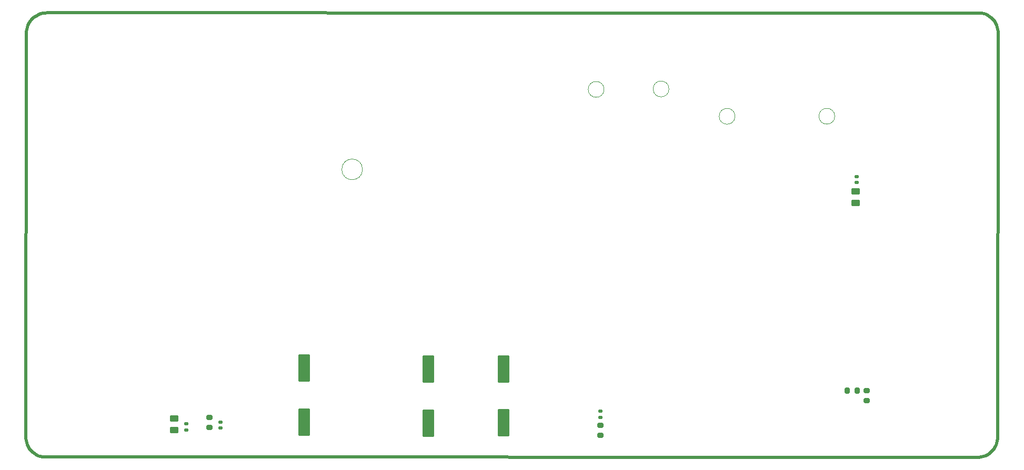
<source format=gbr>
%TF.GenerationSoftware,KiCad,Pcbnew,8.0.1*%
%TF.CreationDate,2024-04-08T11:37:36-05:00*%
%TF.ProjectId,C1,43312e6b-6963-4616-945f-706362585858,rev?*%
%TF.SameCoordinates,Original*%
%TF.FileFunction,Paste,Top*%
%TF.FilePolarity,Positive*%
%FSLAX46Y46*%
G04 Gerber Fmt 4.6, Leading zero omitted, Abs format (unit mm)*
G04 Created by KiCad (PCBNEW 8.0.1) date 2024-04-08 11:37:36*
%MOMM*%
%LPD*%
G01*
G04 APERTURE LIST*
G04 Aperture macros list*
%AMRoundRect*
0 Rectangle with rounded corners*
0 $1 Rounding radius*
0 $2 $3 $4 $5 $6 $7 $8 $9 X,Y pos of 4 corners*
0 Add a 4 corners polygon primitive as box body*
4,1,4,$2,$3,$4,$5,$6,$7,$8,$9,$2,$3,0*
0 Add four circle primitives for the rounded corners*
1,1,$1+$1,$2,$3*
1,1,$1+$1,$4,$5*
1,1,$1+$1,$6,$7*
1,1,$1+$1,$8,$9*
0 Add four rect primitives between the rounded corners*
20,1,$1+$1,$2,$3,$4,$5,0*
20,1,$1+$1,$4,$5,$6,$7,0*
20,1,$1+$1,$6,$7,$8,$9,0*
20,1,$1+$1,$8,$9,$2,$3,0*%
G04 Aperture macros list end*
%ADD10RoundRect,0.250000X0.700000X-1.950000X0.700000X1.950000X-0.700000X1.950000X-0.700000X-1.950000X0*%
%ADD11RoundRect,0.250000X0.450000X-0.262500X0.450000X0.262500X-0.450000X0.262500X-0.450000X-0.262500X0*%
%ADD12RoundRect,0.147500X-0.172500X0.147500X-0.172500X-0.147500X0.172500X-0.147500X0.172500X0.147500X0*%
%ADD13RoundRect,0.200000X-0.200000X-0.275000X0.200000X-0.275000X0.200000X0.275000X-0.200000X0.275000X0*%
%ADD14RoundRect,0.250000X-0.450000X0.262500X-0.450000X-0.262500X0.450000X-0.262500X0.450000X0.262500X0*%
%ADD15RoundRect,0.200000X-0.275000X0.200000X-0.275000X-0.200000X0.275000X-0.200000X0.275000X0.200000X0*%
%ADD16RoundRect,0.200000X0.275000X-0.200000X0.275000X0.200000X-0.275000X0.200000X-0.275000X-0.200000X0*%
%TA.AperFunction,Profile*%
%ADD17C,0.100000*%
%TD*%
%TA.AperFunction,Profile*%
%ADD18C,0.500000*%
%TD*%
G04 APERTURE END LIST*
D10*
%TO.C,C1*%
X143960000Y-125560000D03*
X143960000Y-116860000D03*
%TD*%
D11*
%TO.C,R3*%
X200620000Y-90122500D03*
X200620000Y-88297500D03*
%TD*%
D10*
%TO.C,C3*%
X131840000Y-125580000D03*
X131840000Y-116880000D03*
%TD*%
D12*
%TO.C,D1*%
X159512000Y-123698000D03*
X159512000Y-124668000D03*
%TD*%
%TO.C,D2*%
X98450000Y-125435000D03*
X98450000Y-126405000D03*
%TD*%
D13*
%TO.C,R6*%
X199230000Y-120400000D03*
X200880000Y-120400000D03*
%TD*%
D12*
%TO.C,D3*%
X200740000Y-85905000D03*
X200740000Y-86875000D03*
%TD*%
D14*
%TO.C,R4*%
X90932000Y-124857500D03*
X90932000Y-126682500D03*
%TD*%
D10*
%TO.C,C2*%
X111900000Y-125430000D03*
X111900000Y-116730000D03*
%TD*%
D15*
%TO.C,R5*%
X202350000Y-120335000D03*
X202350000Y-121985000D03*
%TD*%
%TO.C,R2*%
X96650000Y-124655000D03*
X96650000Y-126305000D03*
%TD*%
D16*
%TO.C,R1*%
X159512000Y-127571000D03*
X159512000Y-125921000D03*
%TD*%
D12*
%TO.C,D4*%
X92920000Y-125715000D03*
X92920000Y-126685000D03*
%TD*%
D17*
X121264362Y-84734361D02*
G75*
G02*
X117935638Y-84734361I-1664362J0D01*
G01*
X117935638Y-84734361D02*
G75*
G02*
X121264362Y-84734361I1664362J0D01*
G01*
X197253146Y-76173145D02*
G75*
G02*
X194706854Y-76173145I-1273146J0D01*
G01*
X194706854Y-76173145D02*
G75*
G02*
X197253146Y-76173145I1273146J0D01*
G01*
D18*
X161119995Y-59574831D02*
X220354932Y-59539894D01*
X220533095Y-59542393D01*
X220887181Y-59582293D01*
X221234573Y-59661586D01*
X221570903Y-59779275D01*
X221891942Y-59933881D01*
X222193652Y-60123460D01*
X222472239Y-60345626D01*
X222724200Y-60597587D01*
X222946366Y-60876174D01*
X223135945Y-61177884D01*
X223290551Y-61498923D01*
X223408240Y-61835253D01*
X223487533Y-62182645D01*
X223527433Y-62536731D01*
X223529932Y-62714894D01*
X223459995Y-127919831D01*
X223457498Y-128097995D01*
X223417602Y-128452082D01*
X223338311Y-128799476D01*
X223220624Y-129135808D01*
X223066019Y-129456848D01*
X222876441Y-129758560D01*
X222654274Y-130037148D01*
X222402312Y-130289110D01*
X222123724Y-130511277D01*
X221822012Y-130700855D01*
X221500972Y-130855460D01*
X221164640Y-130973147D01*
X220817246Y-131052438D01*
X220463159Y-131092334D01*
X220284995Y-131094831D01*
X70289995Y-131059831D01*
X70111831Y-131057334D01*
X69757744Y-131017438D01*
X69410350Y-130938147D01*
X69074018Y-130820460D01*
X68752978Y-130665855D01*
X68451266Y-130476277D01*
X68172678Y-130254110D01*
X67920716Y-130002148D01*
X67698549Y-129723560D01*
X67508971Y-129421848D01*
X67354366Y-129100808D01*
X67236679Y-128764476D01*
X67157388Y-128417082D01*
X67117492Y-128062995D01*
X67114995Y-127884831D01*
X67200059Y-62734895D01*
X67202558Y-62556732D01*
X67242458Y-62202646D01*
X67321751Y-61855254D01*
X67439440Y-61518923D01*
X67594046Y-61197885D01*
X67783624Y-60896175D01*
X68005791Y-60617588D01*
X68257752Y-60365627D01*
X68536339Y-60143460D01*
X68838049Y-59953882D01*
X69159087Y-59799276D01*
X69495418Y-59681587D01*
X69842810Y-59602294D01*
X70196896Y-59562394D01*
X70540000Y-59500000D01*
X161119995Y-59574831D01*
D17*
X181203146Y-76183145D02*
G75*
G02*
X178656854Y-76183145I-1273146J0D01*
G01*
X178656854Y-76183145D02*
G75*
G02*
X181203146Y-76183145I1273146J0D01*
G01*
X160133146Y-71853145D02*
G75*
G02*
X157586854Y-71853145I-1273146J0D01*
G01*
X157586854Y-71853145D02*
G75*
G02*
X160133146Y-71853145I1273146J0D01*
G01*
X170576291Y-71780000D02*
G75*
G02*
X168029999Y-71780000I-1273146J0D01*
G01*
X168029999Y-71780000D02*
G75*
G02*
X170576291Y-71780000I1273146J0D01*
G01*
M02*

</source>
